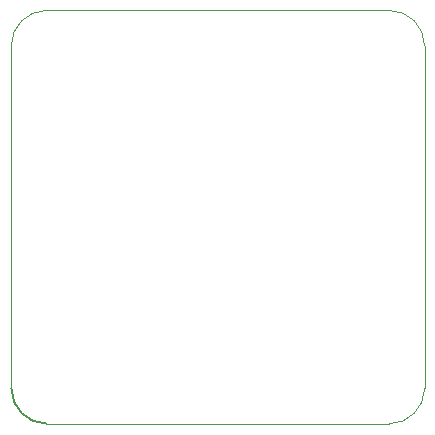
<source format=gbr>
%TF.GenerationSoftware,KiCad,Pcbnew,7.0.7*%
%TF.CreationDate,2024-03-04T03:02:08-08:00*%
%TF.ProjectId,can_magnetic_angle_sensor,63616e5f-6d61-4676-9e65-7469635f616e,rev?*%
%TF.SameCoordinates,Original*%
%TF.FileFunction,Profile,NP*%
%FSLAX46Y46*%
G04 Gerber Fmt 4.6, Leading zero omitted, Abs format (unit mm)*
G04 Created by KiCad (PCBNEW 7.0.7) date 2024-03-04 03:02:08*
%MOMM*%
%LPD*%
G01*
G04 APERTURE LIST*
%TA.AperFunction,Profile*%
%ADD10C,0.100000*%
%TD*%
%TA.AperFunction,Profile*%
%ADD11C,0.150000*%
%TD*%
G04 APERTURE END LIST*
D10*
X55000000Y-23000000D02*
X55000000Y-52000000D01*
X52000000Y-55000000D02*
G75*
G03*
X55000000Y-52000000I0J3000000D01*
G01*
X20000000Y-23000000D02*
X20000000Y-52000000D01*
X23000000Y-20000000D02*
G75*
G03*
X20000000Y-23000000I0J-3000000D01*
G01*
D11*
X20000000Y-52000000D02*
G75*
G03*
X23000000Y-55000000I3000000J0D01*
G01*
D10*
X55000000Y-23000000D02*
G75*
G03*
X52000000Y-20000000I-3000000J0D01*
G01*
X52000000Y-55000000D02*
X23000000Y-55000000D01*
X52000000Y-20000000D02*
X23000000Y-20000000D01*
M02*

</source>
